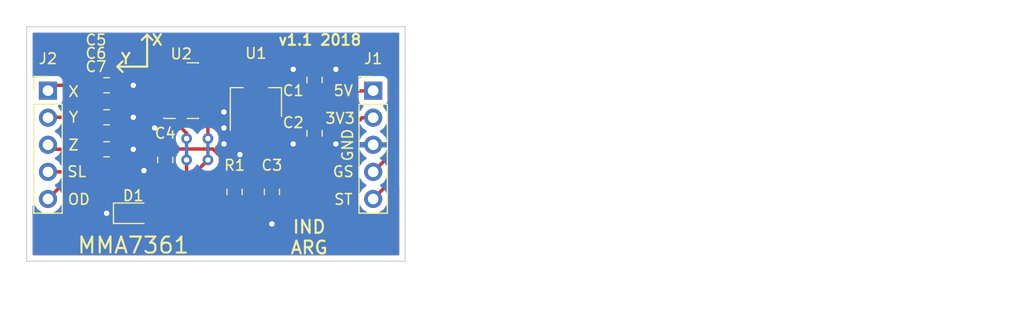
<source format=kicad_pcb>
(kicad_pcb (version 20171130) (host pcbnew "(5.0.1)-4")

  (general
    (thickness 1.6)
    (drawings 29)
    (tracks 129)
    (zones 0)
    (modules 16)
    (nets 17)
  )

  (page A4)
  (title_block
    (title "MMA7361 Module")
    (date 2018-11-22)
    (rev 1.1)
    (company "Diseno de circuitos integrados")
    (comment 1 "CESE 6ta cohorte")
    (comment 2 "Grilla 1 mm")
    (comment 3 "Licencia BSD")
    (comment 4 "Autor: Jenny Chavez")
  )

  (layers
    (0 F.Cu mixed)
    (31 B.Cu mixed)
    (32 B.Adhes user)
    (33 F.Adhes user)
    (34 B.Paste user)
    (35 F.Paste user)
    (36 B.SilkS user)
    (37 F.SilkS user)
    (38 B.Mask user)
    (39 F.Mask user)
    (40 Dwgs.User user)
    (41 Cmts.User user)
    (42 Eco1.User user)
    (43 Eco2.User user)
    (44 Edge.Cuts user)
    (45 Margin user)
    (46 B.CrtYd user)
    (47 F.CrtYd user)
    (48 B.Fab user)
    (49 F.Fab user)
  )

  (setup
    (last_trace_width 0.32)
    (user_trace_width 0.8)
    (user_trace_width 1)
    (user_trace_width 1.2)
    (trace_clearance 0.2)
    (zone_clearance 0.508)
    (zone_45_only no)
    (trace_min 0.32)
    (segment_width 0.2)
    (edge_width 0.1)
    (via_size 1)
    (via_drill 0.5)
    (via_min_size 0.5)
    (via_min_drill 0.3)
    (user_via 1.4 0.7)
    (uvia_size 0.3)
    (uvia_drill 0.1)
    (uvias_allowed no)
    (uvia_min_size 0.2)
    (uvia_min_drill 0.1)
    (pcb_text_width 0.3)
    (pcb_text_size 1.5 1.5)
    (mod_edge_width 0.15)
    (mod_text_size 1 1)
    (mod_text_width 0.15)
    (pad_size 1.5 1.5)
    (pad_drill 0.6)
    (pad_to_mask_clearance 0.2)
    (solder_mask_min_width 0.25)
    (aux_axis_origin 117 80)
    (grid_origin 117 80)
    (visible_elements 7FFDFFFF)
    (pcbplotparams
      (layerselection 0x311fc_ffffffff)
      (usegerberextensions false)
      (usegerberattributes false)
      (usegerberadvancedattributes false)
      (creategerberjobfile true)
      (excludeedgelayer false)
      (linewidth 0.100000)
      (plotframeref false)
      (viasonmask false)
      (mode 1)
      (useauxorigin false)
      (hpglpennumber 1)
      (hpglpenspeed 20)
      (hpglpendiameter 15.000000)
      (psnegative false)
      (psa4output false)
      (plotreference true)
      (plotvalue true)
      (plotinvisibletext false)
      (padsonsilk false)
      (subtractmaskfromsilk false)
      (outputformat 1)
      (mirror false)
      (drillshape 0)
      (scaleselection 1)
      (outputdirectory ""))
  )

  (net 0 "")
  (net 1 "Net-(D1-Pad2)")
  (net 2 GND)
  (net 3 +5V)
  (net 4 VCC)
  (net 5 "Net-(U2-Pad1)")
  (net 6 "Net-(U2-Pad8)")
  (net 7 "Net-(U2-Pad11)")
  (net 8 "Net-(U2-Pad12)")
  (net 9 /X)
  (net 10 /Y)
  (net 11 /Z)
  (net 12 /SelfTest)
  (net 13 /g-Select)
  (net 14 /~Sleep)
  (net 15 /Og-Detect)
  (net 16 "Net-(U2-Pad14)")

  (net_class Default "This is the default net class."
    (clearance 0.2)
    (trace_width 0.32)
    (via_dia 1)
    (via_drill 0.5)
    (uvia_dia 0.3)
    (uvia_drill 0.1)
    (diff_pair_gap 0.25)
    (diff_pair_width 0.25)
    (add_net +5V)
    (add_net /Og-Detect)
    (add_net /SelfTest)
    (add_net /X)
    (add_net /Y)
    (add_net /Z)
    (add_net /g-Select)
    (add_net /~Sleep)
    (add_net GND)
    (add_net "Net-(D1-Pad2)")
    (add_net "Net-(U2-Pad1)")
    (add_net "Net-(U2-Pad11)")
    (add_net "Net-(U2-Pad12)")
    (add_net "Net-(U2-Pad14)")
    (add_net "Net-(U2-Pad8)")
    (add_net VCC)
  )

  (module Footprints:C_0805_2012Metric_Pad1.15x1.40mm_HandSolder (layer F.Cu) (tedit 5B36C52B) (tstamp 5BF9FE00)
    (at 144 85 90)
    (descr "Capacitor SMD 0805 (2012 Metric), square (rectangular) end terminal, IPC_7351 nominal with elongated pad for handsoldering. (Body size source: https://docs.google.com/spreadsheets/d/1BsfQQcO9C6DZCsRaXUlFlo91Tg2WpOkGARC1WS5S8t0/edit?usp=sharing), generated with kicad-footprint-generator")
    (tags "capacitor handsolder")
    (path /5BF73500)
    (attr smd)
    (fp_text reference C1 (at -1 -2 180) (layer F.SilkS)
      (effects (font (size 1 1) (thickness 0.15)))
    )
    (fp_text value "1 µF" (at 0 1.65 90) (layer F.Fab)
      (effects (font (size 1 1) (thickness 0.15)))
    )
    (fp_text user %R (at 0 0 90) (layer F.Fab)
      (effects (font (size 0.5 0.5) (thickness 0.08)))
    )
    (fp_line (start 1.85 0.95) (end -1.85 0.95) (layer F.CrtYd) (width 0.05))
    (fp_line (start 1.85 -0.95) (end 1.85 0.95) (layer F.CrtYd) (width 0.05))
    (fp_line (start -1.85 -0.95) (end 1.85 -0.95) (layer F.CrtYd) (width 0.05))
    (fp_line (start -1.85 0.95) (end -1.85 -0.95) (layer F.CrtYd) (width 0.05))
    (fp_line (start -0.261252 0.71) (end 0.261252 0.71) (layer F.SilkS) (width 0.12))
    (fp_line (start -0.261252 -0.71) (end 0.261252 -0.71) (layer F.SilkS) (width 0.12))
    (fp_line (start 1 0.6) (end -1 0.6) (layer F.Fab) (width 0.1))
    (fp_line (start 1 -0.6) (end 1 0.6) (layer F.Fab) (width 0.1))
    (fp_line (start -1 -0.6) (end 1 -0.6) (layer F.Fab) (width 0.1))
    (fp_line (start -1 0.6) (end -1 -0.6) (layer F.Fab) (width 0.1))
    (pad 2 smd roundrect (at 1.025 0 90) (size 1.15 1.4) (layers F.Cu F.Paste F.Mask) (roundrect_rratio 0.217391)
      (net 2 GND))
    (pad 1 smd roundrect (at -1.025 0 90) (size 1.15 1.4) (layers F.Cu F.Paste F.Mask) (roundrect_rratio 0.217391)
      (net 3 +5V))
    (model ${KIPRJMOD}/Librerias/Packages3D/C_0805_2012Metric.wrl
      (at (xyz 0 0 0))
      (scale (xyz 1 1 1))
      (rotate (xyz 0 0 0))
    )
  )

  (module Footprints:C_0805_2012Metric_Pad1.15x1.40mm_HandSolder (layer F.Cu) (tedit 5B36C52B) (tstamp 5BF9D16B)
    (at 144 90 270)
    (descr "Capacitor SMD 0805 (2012 Metric), square (rectangular) end terminal, IPC_7351 nominal with elongated pad for handsoldering. (Body size source: https://docs.google.com/spreadsheets/d/1BsfQQcO9C6DZCsRaXUlFlo91Tg2WpOkGARC1WS5S8t0/edit?usp=sharing), generated with kicad-footprint-generator")
    (tags "capacitor handsolder")
    (path /5BF734F9)
    (attr smd)
    (fp_text reference C2 (at -1 2) (layer F.SilkS)
      (effects (font (size 1 1) (thickness 0.15)))
    )
    (fp_text value "470 µF" (at 0 1.65 270) (layer F.Fab)
      (effects (font (size 1 1) (thickness 0.15)))
    )
    (fp_line (start -1 0.6) (end -1 -0.6) (layer F.Fab) (width 0.1))
    (fp_line (start -1 -0.6) (end 1 -0.6) (layer F.Fab) (width 0.1))
    (fp_line (start 1 -0.6) (end 1 0.6) (layer F.Fab) (width 0.1))
    (fp_line (start 1 0.6) (end -1 0.6) (layer F.Fab) (width 0.1))
    (fp_line (start -0.261252 -0.71) (end 0.261252 -0.71) (layer F.SilkS) (width 0.12))
    (fp_line (start -0.261252 0.71) (end 0.261252 0.71) (layer F.SilkS) (width 0.12))
    (fp_line (start -1.85 0.95) (end -1.85 -0.95) (layer F.CrtYd) (width 0.05))
    (fp_line (start -1.85 -0.95) (end 1.85 -0.95) (layer F.CrtYd) (width 0.05))
    (fp_line (start 1.85 -0.95) (end 1.85 0.95) (layer F.CrtYd) (width 0.05))
    (fp_line (start 1.85 0.95) (end -1.85 0.95) (layer F.CrtYd) (width 0.05))
    (fp_text user %R (at 0 0 270) (layer F.Fab)
      (effects (font (size 0.5 0.5) (thickness 0.08)))
    )
    (pad 1 smd roundrect (at -1.025 0 270) (size 1.15 1.4) (layers F.Cu F.Paste F.Mask) (roundrect_rratio 0.217391)
      (net 3 +5V))
    (pad 2 smd roundrect (at 1.025 0 270) (size 1.15 1.4) (layers F.Cu F.Paste F.Mask) (roundrect_rratio 0.217391)
      (net 2 GND))
    (model ${KIPRJMOD}/Librerias/Packages3D/C_0805_2012Metric.wrl
      (at (xyz 0 0 0))
      (scale (xyz 1 1 1))
      (rotate (xyz 0 0 0))
    )
  )

  (module Footprints:C_0805_2012Metric_Pad1.15x1.40mm_HandSolder (layer F.Cu) (tedit 5B36C52B) (tstamp 5BF9D17C)
    (at 140 95.5 270)
    (descr "Capacitor SMD 0805 (2012 Metric), square (rectangular) end terminal, IPC_7351 nominal with elongated pad for handsoldering. (Body size source: https://docs.google.com/spreadsheets/d/1BsfQQcO9C6DZCsRaXUlFlo91Tg2WpOkGARC1WS5S8t0/edit?usp=sharing), generated with kicad-footprint-generator")
    (tags "capacitor handsolder")
    (path /5BF7350E)
    (attr smd)
    (fp_text reference C3 (at -2.5 0) (layer F.SilkS)
      (effects (font (size 1 1) (thickness 0.15)))
    )
    (fp_text value "1 µF" (at 0 1.65 270) (layer F.Fab)
      (effects (font (size 1 1) (thickness 0.15)))
    )
    (fp_line (start -1 0.6) (end -1 -0.6) (layer F.Fab) (width 0.1))
    (fp_line (start -1 -0.6) (end 1 -0.6) (layer F.Fab) (width 0.1))
    (fp_line (start 1 -0.6) (end 1 0.6) (layer F.Fab) (width 0.1))
    (fp_line (start 1 0.6) (end -1 0.6) (layer F.Fab) (width 0.1))
    (fp_line (start -0.261252 -0.71) (end 0.261252 -0.71) (layer F.SilkS) (width 0.12))
    (fp_line (start -0.261252 0.71) (end 0.261252 0.71) (layer F.SilkS) (width 0.12))
    (fp_line (start -1.85 0.95) (end -1.85 -0.95) (layer F.CrtYd) (width 0.05))
    (fp_line (start -1.85 -0.95) (end 1.85 -0.95) (layer F.CrtYd) (width 0.05))
    (fp_line (start 1.85 -0.95) (end 1.85 0.95) (layer F.CrtYd) (width 0.05))
    (fp_line (start 1.85 0.95) (end -1.85 0.95) (layer F.CrtYd) (width 0.05))
    (fp_text user %R (at 0 0 270) (layer F.Fab)
      (effects (font (size 0.5 0.5) (thickness 0.08)))
    )
    (pad 1 smd roundrect (at -1.025 0 270) (size 1.15 1.4) (layers F.Cu F.Paste F.Mask) (roundrect_rratio 0.217391)
      (net 4 VCC))
    (pad 2 smd roundrect (at 1.025 0 270) (size 1.15 1.4) (layers F.Cu F.Paste F.Mask) (roundrect_rratio 0.217391)
      (net 2 GND))
    (model ${KIPRJMOD}/Librerias/Packages3D/C_0805_2012Metric.wrl
      (at (xyz 0 0 0))
      (scale (xyz 1 1 1))
      (rotate (xyz 0 0 0))
    )
  )

  (module Footprints:C_0805_2012Metric_Pad1.15x1.40mm_HandSolder (layer F.Cu) (tedit 5B36C52B) (tstamp 5BF9EA4A)
    (at 130 92.5 270)
    (descr "Capacitor SMD 0805 (2012 Metric), square (rectangular) end terminal, IPC_7351 nominal with elongated pad for handsoldering. (Body size source: https://docs.google.com/spreadsheets/d/1BsfQQcO9C6DZCsRaXUlFlo91Tg2WpOkGARC1WS5S8t0/edit?usp=sharing), generated with kicad-footprint-generator")
    (tags "capacitor handsolder")
    (path /5BF73554)
    (attr smd)
    (fp_text reference C4 (at -2.5 0) (layer F.SilkS)
      (effects (font (size 1 1) (thickness 0.15)))
    )
    (fp_text value "470 µF" (at 0 1.65 270) (layer F.Fab)
      (effects (font (size 1 1) (thickness 0.15)))
    )
    (fp_line (start -1 0.6) (end -1 -0.6) (layer F.Fab) (width 0.1))
    (fp_line (start -1 -0.6) (end 1 -0.6) (layer F.Fab) (width 0.1))
    (fp_line (start 1 -0.6) (end 1 0.6) (layer F.Fab) (width 0.1))
    (fp_line (start 1 0.6) (end -1 0.6) (layer F.Fab) (width 0.1))
    (fp_line (start -0.261252 -0.71) (end 0.261252 -0.71) (layer F.SilkS) (width 0.12))
    (fp_line (start -0.261252 0.71) (end 0.261252 0.71) (layer F.SilkS) (width 0.12))
    (fp_line (start -1.85 0.95) (end -1.85 -0.95) (layer F.CrtYd) (width 0.05))
    (fp_line (start -1.85 -0.95) (end 1.85 -0.95) (layer F.CrtYd) (width 0.05))
    (fp_line (start 1.85 -0.95) (end 1.85 0.95) (layer F.CrtYd) (width 0.05))
    (fp_line (start 1.85 0.95) (end -1.85 0.95) (layer F.CrtYd) (width 0.05))
    (fp_text user %R (at 0 0 270) (layer F.Fab)
      (effects (font (size 0.5 0.5) (thickness 0.08)))
    )
    (pad 1 smd roundrect (at -1.025 0 270) (size 1.15 1.4) (layers F.Cu F.Paste F.Mask) (roundrect_rratio 0.217391)
      (net 4 VCC))
    (pad 2 smd roundrect (at 1.025 0 270) (size 1.15 1.4) (layers F.Cu F.Paste F.Mask) (roundrect_rratio 0.217391)
      (net 2 GND))
    (model ${KIPRJMOD}/Librerias/Packages3D/C_0805_2012Metric.wrl
      (at (xyz 0 0 0))
      (scale (xyz 1 1 1))
      (rotate (xyz 0 0 0))
    )
  )

  (module Footprints:C_0805_2012Metric_Pad1.15x1.40mm_HandSolder (layer F.Cu) (tedit 5B36C52B) (tstamp 5BF9D19E)
    (at 124.5 85.5)
    (descr "Capacitor SMD 0805 (2012 Metric), square (rectangular) end terminal, IPC_7351 nominal with elongated pad for handsoldering. (Body size source: https://docs.google.com/spreadsheets/d/1BsfQQcO9C6DZCsRaXUlFlo91Tg2WpOkGARC1WS5S8t0/edit?usp=sharing), generated with kicad-footprint-generator")
    (tags "capacitor handsolder")
    (path /5BF73522)
    (attr smd)
    (fp_text reference C5 (at -1 -4.25 180) (layer F.SilkS)
      (effects (font (size 1 1) (thickness 0.15)))
    )
    (fp_text value 3.3nf (at 0 1.65) (layer F.Fab)
      (effects (font (size 1 1) (thickness 0.15)))
    )
    (fp_line (start -1 0.6) (end -1 -0.6) (layer F.Fab) (width 0.1))
    (fp_line (start -1 -0.6) (end 1 -0.6) (layer F.Fab) (width 0.1))
    (fp_line (start 1 -0.6) (end 1 0.6) (layer F.Fab) (width 0.1))
    (fp_line (start 1 0.6) (end -1 0.6) (layer F.Fab) (width 0.1))
    (fp_line (start -0.261252 -0.71) (end 0.261252 -0.71) (layer F.SilkS) (width 0.12))
    (fp_line (start -0.261252 0.71) (end 0.261252 0.71) (layer F.SilkS) (width 0.12))
    (fp_line (start -1.85 0.95) (end -1.85 -0.95) (layer F.CrtYd) (width 0.05))
    (fp_line (start -1.85 -0.95) (end 1.85 -0.95) (layer F.CrtYd) (width 0.05))
    (fp_line (start 1.85 -0.95) (end 1.85 0.95) (layer F.CrtYd) (width 0.05))
    (fp_line (start 1.85 0.95) (end -1.85 0.95) (layer F.CrtYd) (width 0.05))
    (fp_text user %R (at 0 0) (layer F.Fab)
      (effects (font (size 0.5 0.5) (thickness 0.08)))
    )
    (pad 1 smd roundrect (at -1.025 0) (size 1.15 1.4) (layers F.Cu F.Paste F.Mask) (roundrect_rratio 0.217391)
      (net 9 /X))
    (pad 2 smd roundrect (at 1.025 0) (size 1.15 1.4) (layers F.Cu F.Paste F.Mask) (roundrect_rratio 0.217391)
      (net 2 GND))
    (model ${KIPRJMOD}/Librerias/Packages3D/C_0805_2012Metric.wrl
      (at (xyz 0 0 0))
      (scale (xyz 1 1 1))
      (rotate (xyz 0 0 0))
    )
  )

  (module Footprints:C_0805_2012Metric_Pad1.15x1.40mm_HandSolder (layer F.Cu) (tedit 5B36C52B) (tstamp 5BF9DAFA)
    (at 124.5 88.5)
    (descr "Capacitor SMD 0805 (2012 Metric), square (rectangular) end terminal, IPC_7351 nominal with elongated pad for handsoldering. (Body size source: https://docs.google.com/spreadsheets/d/1BsfQQcO9C6DZCsRaXUlFlo91Tg2WpOkGARC1WS5S8t0/edit?usp=sharing), generated with kicad-footprint-generator")
    (tags "capacitor handsolder")
    (path /5BF73529)
    (attr smd)
    (fp_text reference C6 (at -1 -6 180) (layer F.SilkS)
      (effects (font (size 1 1) (thickness 0.15)))
    )
    (fp_text value 3.3nf (at 0 1.65) (layer F.Fab)
      (effects (font (size 1 1) (thickness 0.15)))
    )
    (fp_text user %R (at 0 0) (layer F.Fab)
      (effects (font (size 0.5 0.5) (thickness 0.08)))
    )
    (fp_line (start 1.85 0.95) (end -1.85 0.95) (layer F.CrtYd) (width 0.05))
    (fp_line (start 1.85 -0.95) (end 1.85 0.95) (layer F.CrtYd) (width 0.05))
    (fp_line (start -1.85 -0.95) (end 1.85 -0.95) (layer F.CrtYd) (width 0.05))
    (fp_line (start -1.85 0.95) (end -1.85 -0.95) (layer F.CrtYd) (width 0.05))
    (fp_line (start -0.261252 0.71) (end 0.261252 0.71) (layer F.SilkS) (width 0.12))
    (fp_line (start -0.261252 -0.71) (end 0.261252 -0.71) (layer F.SilkS) (width 0.12))
    (fp_line (start 1 0.6) (end -1 0.6) (layer F.Fab) (width 0.1))
    (fp_line (start 1 -0.6) (end 1 0.6) (layer F.Fab) (width 0.1))
    (fp_line (start -1 -0.6) (end 1 -0.6) (layer F.Fab) (width 0.1))
    (fp_line (start -1 0.6) (end -1 -0.6) (layer F.Fab) (width 0.1))
    (pad 2 smd roundrect (at 1.025 0) (size 1.15 1.4) (layers F.Cu F.Paste F.Mask) (roundrect_rratio 0.217391)
      (net 2 GND))
    (pad 1 smd roundrect (at -1.025 0) (size 1.15 1.4) (layers F.Cu F.Paste F.Mask) (roundrect_rratio 0.217391)
      (net 10 /Y))
    (model ${KIPRJMOD}/Librerias/Packages3D/C_0805_2012Metric.wrl
      (at (xyz 0 0 0))
      (scale (xyz 1 1 1))
      (rotate (xyz 0 0 0))
    )
  )

  (module Footprints:C_0805_2012Metric_Pad1.15x1.40mm_HandSolder (layer F.Cu) (tedit 5BF7527F) (tstamp 5BF9D7BC)
    (at 124.5 91.5)
    (descr "Capacitor SMD 0805 (2012 Metric), square (rectangular) end terminal, IPC_7351 nominal with elongated pad for handsoldering. (Body size source: https://docs.google.com/spreadsheets/d/1BsfQQcO9C6DZCsRaXUlFlo91Tg2WpOkGARC1WS5S8t0/edit?usp=sharing), generated with kicad-footprint-generator")
    (tags "capacitor handsolder")
    (path /5BF7351B)
    (attr smd)
    (fp_text reference C7 (at -1 -7.75 180) (layer F.SilkS)
      (effects (font (size 1 1) (thickness 0.15)))
    )
    (fp_text value 3.3nf (at 0 1.65) (layer F.Fab)
      (effects (font (size 1 1) (thickness 0.15)))
    )
    (fp_text user %R (at 0 0) (layer F.Fab)
      (effects (font (size 0.5 0.5) (thickness 0.08)))
    )
    (fp_line (start 1.85 0.95) (end -1.85 0.95) (layer F.CrtYd) (width 0.05))
    (fp_line (start 1.85 -0.95) (end 1.85 0.95) (layer F.CrtYd) (width 0.05))
    (fp_line (start -1.85 -0.95) (end 1.85 -0.95) (layer F.CrtYd) (width 0.05))
    (fp_line (start -1.85 0.95) (end -1.85 -0.95) (layer F.CrtYd) (width 0.05))
    (fp_line (start -0.261252 0.71) (end 0.261252 0.71) (layer F.SilkS) (width 0.12))
    (fp_line (start -0.261252 -0.71) (end 0.261252 -0.71) (layer F.SilkS) (width 0.12))
    (fp_line (start 1 0.6) (end -1 0.6) (layer F.Fab) (width 0.1))
    (fp_line (start 1 -0.6) (end 1 0.6) (layer F.Fab) (width 0.1))
    (fp_line (start -1 -0.6) (end 1 -0.6) (layer F.Fab) (width 0.1))
    (fp_line (start -1 0.6) (end -1 -0.6) (layer F.Fab) (width 0.1))
    (pad 2 smd roundrect (at 1.025 0) (size 1.15 1.4) (layers F.Cu F.Paste F.Mask) (roundrect_rratio 0.217391)
      (net 2 GND))
    (pad 1 smd roundrect (at -1.025 0) (size 1.15 1.4) (layers F.Cu F.Paste F.Mask) (roundrect_rratio 0.217391)
      (net 11 /Z))
    (model ${KIPRJMOD}/Librerias/Packages3D/C_0805_2012Metric.wrl
      (at (xyz 0 0 0))
      (scale (xyz 1 1 1))
      (rotate (xyz 0 0 0))
    )
  )

  (module Footprints:LED_0805_2012Metric_Pad1.15x1.40mm_HandSolder (layer F.Cu) (tedit 5B4B45C9) (tstamp 5BFA1077)
    (at 127 97.5)
    (descr "LED SMD 0805 (2012 Metric), square (rectangular) end terminal, IPC_7351 nominal, (Body size source: https://docs.google.com/spreadsheets/d/1BsfQQcO9C6DZCsRaXUlFlo91Tg2WpOkGARC1WS5S8t0/edit?usp=sharing), generated with kicad-footprint-generator")
    (tags "LED handsolder")
    (path /5BF73530)
    (attr smd)
    (fp_text reference D1 (at 0 -1.65) (layer F.SilkS)
      (effects (font (size 1 1) (thickness 0.15)))
    )
    (fp_text value LED (at 0 1.65) (layer F.Fab)
      (effects (font (size 1 1) (thickness 0.15)))
    )
    (fp_line (start 1 -0.6) (end -0.7 -0.6) (layer F.Fab) (width 0.1))
    (fp_line (start -0.7 -0.6) (end -1 -0.3) (layer F.Fab) (width 0.1))
    (fp_line (start -1 -0.3) (end -1 0.6) (layer F.Fab) (width 0.1))
    (fp_line (start -1 0.6) (end 1 0.6) (layer F.Fab) (width 0.1))
    (fp_line (start 1 0.6) (end 1 -0.6) (layer F.Fab) (width 0.1))
    (fp_line (start 1 -0.96) (end -1.86 -0.96) (layer F.SilkS) (width 0.12))
    (fp_line (start -1.86 -0.96) (end -1.86 0.96) (layer F.SilkS) (width 0.12))
    (fp_line (start -1.86 0.96) (end 1 0.96) (layer F.SilkS) (width 0.12))
    (fp_line (start -1.85 0.95) (end -1.85 -0.95) (layer F.CrtYd) (width 0.05))
    (fp_line (start -1.85 -0.95) (end 1.85 -0.95) (layer F.CrtYd) (width 0.05))
    (fp_line (start 1.85 -0.95) (end 1.85 0.95) (layer F.CrtYd) (width 0.05))
    (fp_line (start 1.85 0.95) (end -1.85 0.95) (layer F.CrtYd) (width 0.05))
    (fp_text user %R (at 0 0) (layer F.Fab)
      (effects (font (size 0.5 0.5) (thickness 0.08)))
    )
    (pad 1 smd roundrect (at -1.025 0) (size 1.15 1.4) (layers F.Cu F.Paste F.Mask) (roundrect_rratio 0.217391)
      (net 2 GND))
    (pad 2 smd roundrect (at 1.025 0) (size 1.15 1.4) (layers F.Cu F.Paste F.Mask) (roundrect_rratio 0.217391)
      (net 1 "Net-(D1-Pad2)"))
    (model ${KIPRJMOD}/Librerias/Packages3D/LED_0805_2012Metric.wrl
      (at (xyz 0 0 0))
      (scale (xyz 1 1 1))
      (rotate (xyz 0 0 0))
    )
  )

  (module Footprints:Fiducial_1mm_Dia_2mm_Outer (layer F.Cu) (tedit 5BF750FC) (tstamp 5BF9D1DB)
    (at 134.5 82)
    (descr "Circular Fiducial, 1mm bare copper top; 2mm keepout (Level A)")
    (tags marker)
    (path /5BF735E1)
    (attr virtual)
    (fp_text reference F1 (at 0 -2) (layer F.SilkS) hide
      (effects (font (size 1 1) (thickness 0.15)))
    )
    (fp_text value Fiducial (at 0 2) (layer F.Fab)
      (effects (font (size 1 1) (thickness 0.15)))
    )
    (fp_circle (center 0 0) (end 1 0) (layer F.Fab) (width 0.1))
    (fp_text user %R (at 0 0) (layer F.Fab)
      (effects (font (size 0.4 0.4) (thickness 0.06)))
    )
    (fp_circle (center 0 0) (end 1.25 0) (layer F.CrtYd) (width 0.05))
    (pad ~ smd circle (at 0 0) (size 1 1) (layers F.Cu F.Mask)
      (solder_mask_margin 0.5) (clearance 0.5))
  )

  (module Footprints:Fiducial_1mm_Dia_2mm_Outer (layer F.Cu) (tedit 5BF75103) (tstamp 5BF9D1E3)
    (at 119 100)
    (descr "Circular Fiducial, 1mm bare copper top; 2mm keepout (Level A)")
    (tags marker)
    (path /5BF735E8)
    (attr virtual)
    (fp_text reference F2 (at 0 -2) (layer F.SilkS) hide
      (effects (font (size 1 1) (thickness 0.15)))
    )
    (fp_text value Fiducial (at 0 2) (layer F.Fab)
      (effects (font (size 1 1) (thickness 0.15)))
    )
    (fp_circle (center 0 0) (end 1.25 0) (layer F.CrtYd) (width 0.05))
    (fp_text user %R (at 0 0) (layer F.Fab)
      (effects (font (size 0.4 0.4) (thickness 0.06)))
    )
    (fp_circle (center 0 0) (end 1 0) (layer F.Fab) (width 0.1))
    (pad ~ smd circle (at 0 0) (size 1 1) (layers F.Cu F.Mask)
      (solder_mask_margin 0.5) (clearance 0.5))
  )

  (module Footprints:Fiducial_1mm_Dia_2mm_Outer (layer F.Cu) (tedit 5BF750FF) (tstamp 5BF9D1EB)
    (at 149.5 100)
    (descr "Circular Fiducial, 1mm bare copper top; 2mm keepout (Level A)")
    (tags marker)
    (path /5BF735EF)
    (attr virtual)
    (fp_text reference F3 (at 0 -2) (layer F.SilkS) hide
      (effects (font (size 1 1) (thickness 0.15)))
    )
    (fp_text value Fiducial (at 0 2) (layer F.Fab)
      (effects (font (size 1 1) (thickness 0.15)))
    )
    (fp_circle (center 0 0) (end 1 0) (layer F.Fab) (width 0.1))
    (fp_text user %R (at 0 0) (layer F.Fab)
      (effects (font (size 0.4 0.4) (thickness 0.06)))
    )
    (fp_circle (center 0 0) (end 1.25 0) (layer F.CrtYd) (width 0.05))
    (pad ~ smd circle (at 0 0) (size 1 1) (layers F.Cu F.Mask)
      (solder_mask_margin 0.5) (clearance 0.5))
  )

  (module Footprints:PinHeader_1x05_P2.54mm_Vertical (layer F.Cu) (tedit 59FED5CC) (tstamp 5BFA0B00)
    (at 149.5 86)
    (descr "Through hole straight pin header, 1x05, 2.54mm pitch, single row")
    (tags "Through hole pin header THT 1x05 2.54mm single row")
    (path /5BF7356E)
    (fp_text reference J1 (at 0 -3) (layer F.SilkS)
      (effects (font (size 1 1) (thickness 0.15)))
    )
    (fp_text value Conn_01x05 (at 0 12.49) (layer F.Fab)
      (effects (font (size 1 1) (thickness 0.15)))
    )
    (fp_text user %R (at 0 5.08 90) (layer F.Fab)
      (effects (font (size 1 1) (thickness 0.15)))
    )
    (fp_line (start 1.8 -1.8) (end -1.8 -1.8) (layer F.CrtYd) (width 0.05))
    (fp_line (start 1.8 11.95) (end 1.8 -1.8) (layer F.CrtYd) (width 0.05))
    (fp_line (start -1.8 11.95) (end 1.8 11.95) (layer F.CrtYd) (width 0.05))
    (fp_line (start -1.8 -1.8) (end -1.8 11.95) (layer F.CrtYd) (width 0.05))
    (fp_line (start -1.33 -1.33) (end 0 -1.33) (layer F.SilkS) (width 0.12))
    (fp_line (start -1.33 0) (end -1.33 -1.33) (layer F.SilkS) (width 0.12))
    (fp_line (start -1.33 1.27) (end 1.33 1.27) (layer F.SilkS) (width 0.12))
    (fp_line (start 1.33 1.27) (end 1.33 11.49) (layer F.SilkS) (width 0.12))
    (fp_line (start -1.33 1.27) (end -1.33 11.49) (layer F.SilkS) (width 0.12))
    (fp_line (start -1.33 11.49) (end 1.33 11.49) (layer F.SilkS) (width 0.12))
    (fp_line (start -1.27 -0.635) (end -0.635 -1.27) (layer F.Fab) (width 0.1))
    (fp_line (start -1.27 11.43) (end -1.27 -0.635) (layer F.Fab) (width 0.1))
    (fp_line (start 1.27 11.43) (end -1.27 11.43) (layer F.Fab) (width 0.1))
    (fp_line (start 1.27 -1.27) (end 1.27 11.43) (layer F.Fab) (width 0.1))
    (fp_line (start -0.635 -1.27) (end 1.27 -1.27) (layer F.Fab) (width 0.1))
    (pad 5 thru_hole oval (at 0 10.16) (size 1.7 1.7) (drill 1) (layers *.Cu *.Mask)
      (net 12 /SelfTest))
    (pad 4 thru_hole oval (at 0 7.62) (size 1.7 1.7) (drill 1) (layers *.Cu *.Mask)
      (net 13 /g-Select))
    (pad 3 thru_hole oval (at 0 5.08) (size 1.7 1.7) (drill 1) (layers *.Cu *.Mask)
      (net 2 GND))
    (pad 2 thru_hole oval (at 0 2.54) (size 1.7 1.7) (drill 1) (layers *.Cu *.Mask)
      (net 4 VCC))
    (pad 1 thru_hole rect (at 0 0) (size 1.7 1.7) (drill 1) (layers *.Cu *.Mask)
      (net 3 +5V))
    (model ${KIPRJMOD}/Librerias/Packages3D/PinHeader_1x05_P2.54mm_Vertical.wrl
      (offset (xyz 0 0 -1.5))
      (scale (xyz 1 1 1))
      (rotate (xyz 0 180 0))
    )
  )

  (module Footprints:PinHeader_1x05_P2.54mm_Vertical (layer F.Cu) (tedit 59FED5CC) (tstamp 5BFA06B9)
    (at 119 86)
    (descr "Through hole straight pin header, 1x05, 2.54mm pitch, single row")
    (tags "Through hole pin header THT 1x05 2.54mm single row")
    (path /5BF73575)
    (fp_text reference J2 (at 0 -3) (layer F.SilkS)
      (effects (font (size 1 1) (thickness 0.15)))
    )
    (fp_text value Conn_01x05 (at 0 12.49) (layer F.Fab)
      (effects (font (size 1 1) (thickness 0.15)))
    )
    (fp_line (start -0.635 -1.27) (end 1.27 -1.27) (layer F.Fab) (width 0.1))
    (fp_line (start 1.27 -1.27) (end 1.27 11.43) (layer F.Fab) (width 0.1))
    (fp_line (start 1.27 11.43) (end -1.27 11.43) (layer F.Fab) (width 0.1))
    (fp_line (start -1.27 11.43) (end -1.27 -0.635) (layer F.Fab) (width 0.1))
    (fp_line (start -1.27 -0.635) (end -0.635 -1.27) (layer F.Fab) (width 0.1))
    (fp_line (start -1.33 11.49) (end 1.33 11.49) (layer F.SilkS) (width 0.12))
    (fp_line (start -1.33 1.27) (end -1.33 11.49) (layer F.SilkS) (width 0.12))
    (fp_line (start 1.33 1.27) (end 1.33 11.49) (layer F.SilkS) (width 0.12))
    (fp_line (start -1.33 1.27) (end 1.33 1.27) (layer F.SilkS) (width 0.12))
    (fp_line (start -1.33 0) (end -1.33 -1.33) (layer F.SilkS) (width 0.12))
    (fp_line (start -1.33 -1.33) (end 0 -1.33) (layer F.SilkS) (width 0.12))
    (fp_line (start -1.8 -1.8) (end -1.8 11.95) (layer F.CrtYd) (width 0.05))
    (fp_line (start -1.8 11.95) (end 1.8 11.95) (layer F.CrtYd) (width 0.05))
    (fp_line (start 1.8 11.95) (end 1.8 -1.8) (layer F.CrtYd) (width 0.05))
    (fp_line (start 1.8 -1.8) (end -1.8 -1.8) (layer F.CrtYd) (width 0.05))
    (fp_text user %R (at 0 5.08 90) (layer F.Fab)
      (effects (font (size 1 1) (thickness 0.15)))
    )
    (pad 1 thru_hole rect (at 0 0) (size 1.7 1.7) (drill 1) (layers *.Cu *.Mask)
      (net 9 /X))
    (pad 2 thru_hole oval (at 0 2.54) (size 1.7 1.7) (drill 1) (layers *.Cu *.Mask)
      (net 10 /Y))
    (pad 3 thru_hole oval (at 0 5.08) (size 1.7 1.7) (drill 1) (layers *.Cu *.Mask)
      (net 11 /Z))
    (pad 4 thru_hole oval (at 0 7.62) (size 1.7 1.7) (drill 1) (layers *.Cu *.Mask)
      (net 14 /~Sleep))
    (pad 5 thru_hole oval (at 0 10.16) (size 1.7 1.7) (drill 1) (layers *.Cu *.Mask)
      (net 15 /Og-Detect))
    (model ${KIPRJMOD}/Librerias/Packages3D/PinHeader_1x05_P2.54mm_Vertical.wrl
      (offset (xyz 0 0 -1.5))
      (scale (xyz 1 1 1))
      (rotate (xyz 0 180 0))
    )
  )

  (module Footprints:R_0805_2012Metric_Pad1.15x1.40mm_HandSolder (layer F.Cu) (tedit 5B36C52B) (tstamp 5BF9FD2B)
    (at 136.5 95.5 90)
    (descr "Resistor SMD 0805 (2012 Metric), square (rectangular) end terminal, IPC_7351 nominal with elongated pad for handsoldering. (Body size source: https://docs.google.com/spreadsheets/d/1BsfQQcO9C6DZCsRaXUlFlo91Tg2WpOkGARC1WS5S8t0/edit?usp=sharing), generated with kicad-footprint-generator")
    (tags "resistor handsolder")
    (path /5BF7353D)
    (attr smd)
    (fp_text reference R1 (at 2.5 0 180) (layer F.SilkS)
      (effects (font (size 1 1) (thickness 0.15)))
    )
    (fp_text value "1 K" (at 0 1.65 90) (layer F.Fab)
      (effects (font (size 1 1) (thickness 0.15)))
    )
    (fp_line (start -1 0.6) (end -1 -0.6) (layer F.Fab) (width 0.1))
    (fp_line (start -1 -0.6) (end 1 -0.6) (layer F.Fab) (width 0.1))
    (fp_line (start 1 -0.6) (end 1 0.6) (layer F.Fab) (width 0.1))
    (fp_line (start 1 0.6) (end -1 0.6) (layer F.Fab) (width 0.1))
    (fp_line (start -0.261252 -0.71) (end 0.261252 -0.71) (layer F.SilkS) (width 0.12))
    (fp_line (start -0.261252 0.71) (end 0.261252 0.71) (layer F.SilkS) (width 0.12))
    (fp_line (start -1.85 0.95) (end -1.85 -0.95) (layer F.CrtYd) (width 0.05))
    (fp_line (start -1.85 -0.95) (end 1.85 -0.95) (layer F.CrtYd) (width 0.05))
    (fp_line (start 1.85 -0.95) (end 1.85 0.95) (layer F.CrtYd) (width 0.05))
    (fp_line (start 1.85 0.95) (end -1.85 0.95) (layer F.CrtYd) (width 0.05))
    (fp_text user %R (at 0 0 90) (layer F.Fab)
      (effects (font (size 0.5 0.5) (thickness 0.08)))
    )
    (pad 1 smd roundrect (at -1.025 0 90) (size 1.15 1.4) (layers F.Cu F.Paste F.Mask) (roundrect_rratio 0.217391)
      (net 1 "Net-(D1-Pad2)"))
    (pad 2 smd roundrect (at 1.025 0 90) (size 1.15 1.4) (layers F.Cu F.Paste F.Mask) (roundrect_rratio 0.217391)
      (net 4 VCC))
    (model ${KIPRJMOD}/Librerias/Packages3D/R_0805_2012Metric.wrl
      (at (xyz 0 0 0))
      (scale (xyz 1 1 1))
      (rotate (xyz 0 0 0))
    )
  )

  (module Footprints:SOT-89-3_Handsoldering (layer F.Cu) (tedit 5A02FF57) (tstamp 5BF9D245)
    (at 138.5 87.5 90)
    (descr "SOT-89-3 Handsoldering")
    (tags "SOT-89-3 Handsoldering")
    (path /5BF73507)
    (attr smd)
    (fp_text reference U1 (at 5 0 180) (layer F.SilkS)
      (effects (font (size 1 1) (thickness 0.15)))
    )
    (fp_text value RT9161 (at 0.5 3.15 90) (layer F.Fab)
      (effects (font (size 1 1) (thickness 0.15)))
    )
    (fp_text user %R (at 0.38 0 180) (layer F.Fab)
      (effects (font (size 0.6 0.6) (thickness 0.09)))
    )
    (fp_line (start -3.5 2.55) (end 4.25 2.55) (layer F.CrtYd) (width 0.05))
    (fp_line (start 4.25 2.55) (end 4.25 -2.55) (layer F.CrtYd) (width 0.05))
    (fp_line (start 4.25 -2.55) (end -3.5 -2.55) (layer F.CrtYd) (width 0.05))
    (fp_line (start -3.5 -2.55) (end -3.5 2.55) (layer F.CrtYd) (width 0.05))
    (fp_line (start 1.78 1.2) (end 1.78 2.4) (layer F.SilkS) (width 0.12))
    (fp_line (start 1.78 2.4) (end -0.92 2.4) (layer F.SilkS) (width 0.12))
    (fp_line (start -2.22 -2.4) (end 1.78 -2.4) (layer F.SilkS) (width 0.12))
    (fp_line (start 1.78 -2.4) (end 1.78 -1.2) (layer F.SilkS) (width 0.12))
    (fp_line (start -0.92 -1.51) (end -0.13 -2.3) (layer F.Fab) (width 0.1))
    (fp_line (start 1.68 -2.3) (end 1.68 2.3) (layer F.Fab) (width 0.1))
    (fp_line (start 1.68 2.3) (end -0.92 2.3) (layer F.Fab) (width 0.1))
    (fp_line (start -0.92 2.3) (end -0.92 -1.51) (layer F.Fab) (width 0.1))
    (fp_line (start -0.13 -2.3) (end 1.68 -2.3) (layer F.Fab) (width 0.1))
    (pad 1 smd rect (at -1.98 -1.5) (size 1 2.5) (layers F.Cu F.Paste F.Mask)
      (net 2 GND))
    (pad 2 smd rect (at -1.98 0) (size 1 2.5) (layers F.Cu F.Paste F.Mask)
      (net 3 +5V))
    (pad 3 smd rect (at -1.98 1.5) (size 1 2.5) (layers F.Cu F.Paste F.Mask)
      (net 4 VCC))
    (pad 2 smd rect (at 1.98 0) (size 2 4) (layers F.Cu F.Paste F.Mask)
      (net 3 +5V))
    (pad 2 smd trapezoid (at -0.37 0 180) (size 1.5 0.75) (rect_delta 0 0.5 ) (layers F.Cu F.Paste F.Mask)
      (net 3 +5V))
    (model ${KIPRJMOD}/Librerias/Packages3D/SOT-89-3.wrl
      (at (xyz 0 0 0))
      (scale (xyz 1 1 1))
      (rotate (xyz 0 0 0))
    )
  )

  (module Footprints:LGA-14_3x5mm_P0.8mm_LayoutBorder1x6y (layer F.Cu) (tedit 5AE4FD82) (tstamp 5BF9D267)
    (at 131.5 86)
    (descr "LGA, 14 Pin (http://www.st.com/resource/en/datasheet/lsm303dlhc.pdf), generated with kicad-footprint-generator ipc_lga_layoutBorder_generator.py")
    (tags "LGA LGA")
    (path /5BF73597)
    (attr smd)
    (fp_text reference U2 (at 0 -3.45) (layer F.SilkS)
      (effects (font (size 1 1) (thickness 0.15)))
    )
    (fp_text value MMA7361L (at 0 3.45) (layer F.Fab)
      (effects (font (size 1 1) (thickness 0.15)))
    )
    (fp_line (start 0.56 -2.61) (end 1.61 -2.61) (layer F.SilkS) (width 0.12))
    (fp_line (start 1.61 -2.61) (end 1.61 -2.56) (layer F.SilkS) (width 0.12))
    (fp_line (start 0.56 2.61) (end 1.61 2.61) (layer F.SilkS) (width 0.12))
    (fp_line (start 1.61 2.61) (end 1.61 2.56) (layer F.SilkS) (width 0.12))
    (fp_line (start -0.56 2.61) (end -1.61 2.61) (layer F.SilkS) (width 0.12))
    (fp_line (start -1.61 2.61) (end -1.61 2.56) (layer F.SilkS) (width 0.12))
    (fp_line (start -0.5 -2.5) (end 1.5 -2.5) (layer F.Fab) (width 0.1))
    (fp_line (start 1.5 -2.5) (end 1.5 2.5) (layer F.Fab) (width 0.1))
    (fp_line (start 1.5 2.5) (end -1.5 2.5) (layer F.Fab) (width 0.1))
    (fp_line (start -1.5 2.5) (end -1.5 -1.5) (layer F.Fab) (width 0.1))
    (fp_line (start -1.5 -1.5) (end -0.5 -2.5) (layer F.Fab) (width 0.1))
    (fp_line (start -1.75 -2.75) (end -1.75 2.75) (layer F.CrtYd) (width 0.05))
    (fp_line (start -1.75 2.75) (end 1.75 2.75) (layer F.CrtYd) (width 0.05))
    (fp_line (start 1.75 2.75) (end 1.75 -2.75) (layer F.CrtYd) (width 0.05))
    (fp_line (start 1.75 -2.75) (end -1.75 -2.75) (layer F.CrtYd) (width 0.05))
    (fp_text user %R (at 0 0) (layer F.Fab)
      (effects (font (size 0.75 0.75) (thickness 0.11)))
    )
    (pad 1 smd rect (at -1 -2) (size 0.95 0.6) (layers F.Cu F.Paste F.Mask)
      (net 5 "Net-(U2-Pad1)"))
    (pad 2 smd rect (at -1 -1.2) (size 0.95 0.6) (layers F.Cu F.Paste F.Mask)
      (net 9 /X))
    (pad 3 smd rect (at -1 -0.4) (size 0.95 0.6) (layers F.Cu F.Paste F.Mask)
      (net 10 /Y))
    (pad 4 smd rect (at -1 0.4) (size 0.95 0.6) (layers F.Cu F.Paste F.Mask)
      (net 11 /Z))
    (pad 5 smd rect (at -1 1.2) (size 0.95 0.6) (layers F.Cu F.Paste F.Mask)
      (net 2 GND))
    (pad 6 smd rect (at -1 2) (size 0.95 0.6) (layers F.Cu F.Paste F.Mask)
      (net 4 VCC))
    (pad 7 smd rect (at 0 2) (size 0.6 0.95) (layers F.Cu F.Paste F.Mask)
      (net 14 /~Sleep))
    (pad 8 smd rect (at 1 2) (size 0.95 0.6) (layers F.Cu F.Paste F.Mask)
      (net 6 "Net-(U2-Pad8)"))
    (pad 9 smd rect (at 1 1.2) (size 0.95 0.6) (layers F.Cu F.Paste F.Mask)
      (net 15 /Og-Detect))
    (pad 10 smd rect (at 1 0.4) (size 0.95 0.6) (layers F.Cu F.Paste F.Mask)
      (net 13 /g-Select))
    (pad 11 smd rect (at 1 -0.4) (size 0.95 0.6) (layers F.Cu F.Paste F.Mask)
      (net 7 "Net-(U2-Pad11)"))
    (pad 12 smd rect (at 1 -1.2) (size 0.95 0.6) (layers F.Cu F.Paste F.Mask)
      (net 8 "Net-(U2-Pad12)"))
    (pad 13 smd rect (at 1 -2) (size 0.95 0.6) (layers F.Cu F.Paste F.Mask)
      (net 12 /SelfTest))
    (pad 14 smd rect (at 0 -2) (size 0.6 0.95) (layers F.Cu F.Paste F.Mask)
      (net 16 "Net-(U2-Pad14)"))
    (model ${KISYS3DMOD}/Package_LGA.3dshapes/LGA-14_3x5mm_P0.8mm_LayoutBorder1x6y.wrl
      (at (xyz 0 0 0))
      (scale (xyz 1 1 1))
      (rotate (xyz 0 0 0))
    )
    (model ${KIPRJMOD}/Librerias/Packages3D/BGA-100_9.0x9.0mm_Layout10x10_P0.8mm.wrl
      (at (xyz 0 0 0))
      (scale (xyz 0.4 0.6 0.9))
      (rotate (xyz 0 0 0))
    )
  )

  (gr_text 3V3 (at 146.4 88.6) (layer F.SilkS) (tstamp 5BFA15B3)
    (effects (font (size 1 1) (thickness 0.15)))
  )
  (gr_text ST (at 146.7 96.2) (layer F.SilkS) (tstamp 5BFA1470)
    (effects (font (size 1 1) (thickness 0.15)))
  )
  (gr_text GS (at 146.7 93.6) (layer F.SilkS) (tstamp 5BFA146E)
    (effects (font (size 1 1) (thickness 0.15)))
  )
  (gr_text GND (at 147.1 91.1 90) (layer F.SilkS) (tstamp 5BFA146C)
    (effects (font (size 1 1) (thickness 0.15)))
  )
  (gr_text 5V (at 146.7 86) (layer F.SilkS) (tstamp 5BFA1460)
    (effects (font (size 1 1) (thickness 0.15)))
  )
  (gr_line (start 128.3 80.75) (end 128.8 81.25) (layer F.SilkS) (width 0.2))
  (gr_line (start 128.3 80.75) (end 127.8 81.25) (layer F.SilkS) (width 0.2))
  (gr_line (start 125.5 83.75) (end 126 84.25) (layer F.SilkS) (width 0.2))
  (gr_line (start 126 83.25) (end 125.5 83.75) (layer F.SilkS) (width 0.2))
  (gr_line (start 128.3 83.75) (end 125.55 83.75) (layer F.SilkS) (width 0.2))
  (gr_line (start 128.3 80.75) (end 128.3 83.75) (layer F.SilkS) (width 0.2))
  (gr_text Y (at 126.3 83) (layer F.SilkS) (tstamp 5BFA1166)
    (effects (font (size 1 1) (thickness 0.2)))
  )
  (gr_text X (at 129.25 81.25) (layer F.SilkS)
    (effects (font (size 1 1) (thickness 0.2)))
  )
  (gr_text OD (at 121.9 96.2) (layer F.SilkS) (tstamp 5BFA0F31)
    (effects (font (size 1 1) (thickness 0.15)))
  )
  (gr_text SL (at 121.7 93.6) (layer F.SilkS) (tstamp 5BFA0F22)
    (effects (font (size 1 1) (thickness 0.15)))
  )
  (gr_text Z (at 121.4 91.1) (layer F.SilkS) (tstamp 5BFA0F18)
    (effects (font (size 1 1) (thickness 0.15)))
  )
  (gr_text Y (at 121.4 88.5) (layer F.SilkS)
    (effects (font (size 1 1) (thickness 0.15)))
  )
  (gr_text X (at 121.4 86 180) (layer F.SilkS)
    (effects (font (size 1 1) (thickness 0.15)))
  )
  (gr_line (start 152.5 80) (end 117 80) (layer Edge.Cuts) (width 0.1))
  (gr_line (start 152.5 102) (end 152.5 80) (layer Edge.Cuts) (width 0.1))
  (gr_line (start 117 102) (end 152.5 102) (layer Edge.Cuts) (width 0.1))
  (gr_line (start 117 80) (end 117 102) (layer Edge.Cuts) (width 0.1))
  (dimension 35.5 (width 0.3) (layer Dwgs.User)
    (gr_text "35,500 mm" (at 134.75 109.29) (layer Dwgs.User)
      (effects (font (size 1.5 1.5) (thickness 0.3)))
    )
    (feature1 (pts (xy 152.5 102) (xy 152.5 107.776421)))
    (feature2 (pts (xy 117 102) (xy 117 107.776421)))
    (crossbar (pts (xy 117 107.19) (xy 152.5 107.19)))
    (arrow1a (pts (xy 152.5 107.19) (xy 151.373496 107.776421)))
    (arrow1b (pts (xy 152.5 107.19) (xy 151.373496 106.603579)))
    (arrow2a (pts (xy 117 107.19) (xy 118.126504 107.776421)))
    (arrow2b (pts (xy 117 107.19) (xy 118.126504 106.603579)))
  )
  (dimension 22 (width 0.3) (layer Dwgs.User)
    (gr_text "22,000 mm" (at 158.917999 91 270) (layer Dwgs.User)
      (effects (font (size 1.5 1.5) (thickness 0.3)))
    )
    (feature1 (pts (xy 152.5 102) (xy 157.40442 102)))
    (feature2 (pts (xy 152.5 80) (xy 157.40442 80)))
    (crossbar (pts (xy 156.817999 80) (xy 156.817999 102)))
    (arrow1a (pts (xy 156.817999 102) (xy 156.231578 100.873496)))
    (arrow1b (pts (xy 156.817999 102) (xy 157.40442 100.873496)))
    (arrow2a (pts (xy 156.817999 80) (xy 156.231578 81.126504)))
    (arrow2b (pts (xy 156.817999 80) (xy 157.40442 81.126504)))
  )
  (gr_text "NOTA: U2 no fue posible hallar\nel modelo 3d, se adapto un BGA" (at 184 99.5) (layer Dwgs.User)
    (effects (font (size 1 1) (thickness 0.2)))
  )
  (gr_text "* Mínimos (Mayer 10 mils)\n* Componente: MMA7361\n* Pista: 0.32 mm\n* Margen: 0.32 mm pista / 0.20 mm en pads LGA\n* Diametro vía: 1 mm\n* Agujero via: 0.5 mm\n* Material: FR-4\n* Terminación: HASL" (at 171.3 88.6) (layer Dwgs.User)
    (effects (font (size 1 1) (thickness 0.2)) (justify left))
  )
  (gr_text "IND\nARG" (at 143.5 99.75) (layer F.SilkS)
    (effects (font (size 1.2 1.2) (thickness 0.2)))
  )
  (gr_text "v1.1 2018" (at 144.5 81.25) (layer F.SilkS)
    (effects (font (size 1 1) (thickness 0.2)))
  )
  (gr_text MMA7361 (at 127 100.5) (layer F.SilkS)
    (effects (font (size 1.5 1.5) (thickness 0.2)))
  )

  (segment (start 136.5 96.525) (end 134.5 96.525) (width 0.32) (layer F.Cu) (net 1))
  (segment (start 134.5 96.525) (end 133.525 97.5) (width 0.32) (layer F.Cu) (net 1))
  (segment (start 128.025 97.5) (end 133.525 97.5) (width 0.32) (layer F.Cu) (net 1))
  (via (at 128 93.5) (size 1) (drill 0.5) (layers F.Cu B.Cu) (net 2))
  (segment (start 130 93.525) (end 128.025 93.525) (width 0.32) (layer F.Cu) (net 2))
  (segment (start 128.025 93.525) (end 128 93.5) (width 0.32) (layer F.Cu) (net 2))
  (segment (start 125.525 88.5) (end 127 88.5) (width 0.32) (layer F.Cu) (net 2))
  (via (at 127 88.5) (size 1) (drill 0.5) (layers F.Cu B.Cu) (net 2))
  (segment (start 125.525 91.5) (end 127 91.5) (width 0.32) (layer F.Cu) (net 2))
  (via (at 127 91.5) (size 1) (drill 0.5) (layers F.Cu B.Cu) (net 2))
  (via (at 127 85.5) (size 1) (drill 0.5) (layers F.Cu B.Cu) (net 2))
  (segment (start 125.525 85.5) (end 127 85.5) (width 0.32) (layer F.Cu) (net 2))
  (via (at 146 84) (size 1) (drill 0.5) (layers F.Cu B.Cu) (net 2))
  (segment (start 144 83.975) (end 145.975 83.975) (width 0.32) (layer F.Cu) (net 2))
  (segment (start 145.975 83.975) (end 146 84) (width 0.32) (layer F.Cu) (net 2))
  (via (at 142 84) (size 1) (drill 0.5) (layers F.Cu B.Cu) (net 2))
  (segment (start 144 83.975) (end 142.025 83.975) (width 0.32) (layer F.Cu) (net 2))
  (segment (start 142.025 83.975) (end 142 84) (width 0.32) (layer F.Cu) (net 2))
  (via (at 142 91) (size 1) (drill 0.5) (layers F.Cu B.Cu) (net 2))
  (segment (start 144 91.025) (end 142.025 91.025) (width 0.32) (layer F.Cu) (net 2))
  (segment (start 142.025 91.025) (end 142 91) (width 0.32) (layer F.Cu) (net 2))
  (via (at 146 91) (size 1) (drill 0.5) (layers F.Cu B.Cu) (net 2))
  (segment (start 144 91.025) (end 145.975 91.025) (width 0.32) (layer F.Cu) (net 2))
  (segment (start 145.975 91.025) (end 146 91) (width 0.32) (layer F.Cu) (net 2))
  (via (at 140 98.5) (size 1) (drill 0.5) (layers F.Cu B.Cu) (net 2))
  (segment (start 140 96.525) (end 140 98.5) (width 0.32) (layer F.Cu) (net 2))
  (via (at 124.500008 97.5) (size 1) (drill 0.5) (layers F.Cu B.Cu) (net 2))
  (segment (start 125.975 97.5) (end 124.500008 97.5) (width 0.32) (layer F.Cu) (net 2))
  (via (at 129 89.5) (size 1) (drill 0.5) (layers F.Cu B.Cu) (net 2))
  (segment (start 129 87.5) (end 129 89.5) (width 0.32) (layer F.Cu) (net 2))
  (segment (start 130.5 87.2) (end 129.3 87.2) (width 0.32) (layer F.Cu) (net 2))
  (segment (start 129.3 87.2) (end 129 87.5) (width 0.32) (layer F.Cu) (net 2))
  (via (at 135.5 89.5) (size 1) (drill 0.5) (layers F.Cu B.Cu) (net 2))
  (segment (start 137 89.48) (end 135.52 89.48) (width 0.32) (layer F.Cu) (net 2))
  (segment (start 135.52 89.48) (end 135.5 89.5) (width 0.32) (layer F.Cu) (net 2))
  (via (at 135.5 88) (size 1) (drill 0.5) (layers F.Cu B.Cu) (net 2))
  (segment (start 135.5 89.5) (end 135.5 88) (width 0.32) (layer F.Cu) (net 2))
  (via (at 135.5 91) (size 1) (drill 0.5) (layers F.Cu B.Cu) (net 2))
  (segment (start 135.5 89.5) (end 135.5 91) (width 0.32) (layer F.Cu) (net 2))
  (via (at 137 92) (size 1) (drill 0.5) (layers F.Cu B.Cu) (net 2))
  (segment (start 137 89.48) (end 137 92) (width 0.32) (layer F.Cu) (net 2))
  (segment (start 135.5 91) (end 136.5 92) (width 0.32) (layer F.Cu) (net 2))
  (segment (start 136.5 92) (end 137 92) (width 0.32) (layer F.Cu) (net 2))
  (segment (start 144.105 85.92) (end 144 86.025) (width 0.32) (layer F.Cu) (net 3))
  (segment (start 144 86.025) (end 144 88.975) (width 0.32) (layer F.Cu) (net 3))
  (segment (start 139.005 86.025) (end 138.5 85.52) (width 0.32) (layer F.Cu) (net 3))
  (segment (start 144 86.025) (end 139.005 86.025) (width 0.32) (layer F.Cu) (net 3))
  (segment (start 138.5 85.52) (end 138.5 89.48) (width 0.32) (layer F.Cu) (net 3))
  (segment (start 149.475 86.025) (end 149.5 86) (width 0.32) (layer F.Cu) (net 3))
  (segment (start 144 86.025) (end 149.475 86.025) (width 0.32) (layer F.Cu) (net 3))
  (segment (start 140 89.48) (end 140 94.475) (width 0.32) (layer F.Cu) (net 4))
  (segment (start 140 94.475) (end 136.5 94.475) (width 0.32) (layer F.Cu) (net 4))
  (segment (start 148.46 88.54) (end 149.5 88.54) (width 0.32) (layer F.Cu) (net 4))
  (segment (start 147 90) (end 148.46 88.54) (width 0.32) (layer F.Cu) (net 4))
  (segment (start 147 91.5) (end 147 90) (width 0.32) (layer F.Cu) (net 4))
  (segment (start 140 94.475) (end 144.025 94.475) (width 0.32) (layer F.Cu) (net 4))
  (segment (start 144.025 94.475) (end 147 91.5) (width 0.32) (layer F.Cu) (net 4))
  (segment (start 130 91.475) (end 130 90) (width 0.32) (layer F.Cu) (net 4))
  (segment (start 130.5 89.5) (end 130.5 88) (width 0.32) (layer F.Cu) (net 4))
  (segment (start 130 90) (end 130.5 89.5) (width 0.32) (layer F.Cu) (net 4))
  (segment (start 134.475 91.475) (end 130 91.475) (width 0.32) (layer F.Cu) (net 4))
  (segment (start 136.5 94.475) (end 136.5 93.5) (width 0.32) (layer F.Cu) (net 4))
  (segment (start 136.5 93.5) (end 134.475 91.475) (width 0.32) (layer F.Cu) (net 4))
  (segment (start 119.5 85.5) (end 119 86) (width 0.32) (layer F.Cu) (net 9))
  (segment (start 123.475 85.5) (end 119.5 85.5) (width 0.32) (layer F.Cu) (net 9))
  (segment (start 123.475 84.525) (end 123.475 85.5) (width 0.32) (layer F.Cu) (net 9))
  (segment (start 124 84) (end 123.475 84.525) (width 0.32) (layer F.Cu) (net 9))
  (segment (start 127.5 84) (end 124 84) (width 0.32) (layer F.Cu) (net 9) (tstamp 5BFA1F34))
  (segment (start 130.5 84.8) (end 128.3 84.8) (width 0.32) (layer F.Cu) (net 9))
  (segment (start 128.3 84.8) (end 127.5 84) (width 0.32) (layer F.Cu) (net 9))
  (segment (start 119.04 88.5) (end 119 88.54) (width 0.32) (layer F.Cu) (net 10))
  (segment (start 123.475 88.5) (end 119.04 88.5) (width 0.32) (layer F.Cu) (net 10))
  (segment (start 123.5 88.475) (end 123.475 88.5) (width 0.32) (layer F.Cu) (net 10))
  (segment (start 123.5 87.5) (end 123.5 88.475) (width 0.32) (layer F.Cu) (net 10))
  (segment (start 124 87) (end 123.5 87.5) (width 0.32) (layer F.Cu) (net 10))
  (segment (start 127 87) (end 124 87) (width 0.32) (layer F.Cu) (net 10))
  (segment (start 130.5 85.6) (end 128.4 85.6) (width 0.32) (layer F.Cu) (net 10))
  (segment (start 128.4 85.6) (end 127 87) (width 0.32) (layer F.Cu) (net 10))
  (segment (start 119.42 91.5) (end 119 91.08) (width 0.32) (layer F.Cu) (net 11))
  (segment (start 123.475 91.5) (end 119.42 91.5) (width 0.32) (layer F.Cu) (net 11))
  (segment (start 128 87) (end 128.6 86.4) (width 0.32) (layer F.Cu) (net 11))
  (segment (start 123.5 91.475) (end 123.5 90.5) (width 0.32) (layer F.Cu) (net 11))
  (segment (start 123.475 91.5) (end 123.5 91.475) (width 0.32) (layer F.Cu) (net 11))
  (segment (start 123.5 90.5) (end 124 90) (width 0.32) (layer F.Cu) (net 11))
  (segment (start 124 90) (end 127.5 90) (width 0.32) (layer F.Cu) (net 11))
  (segment (start 127.5 90) (end 128 89.5) (width 0.32) (layer F.Cu) (net 11))
  (segment (start 128 89.5) (end 128 87) (width 0.32) (layer F.Cu) (net 11))
  (segment (start 130.5 86.4) (end 128.6 86.4) (width 0.32) (layer F.Cu) (net 11))
  (segment (start 135 84) (end 132.5 84) (width 0.32) (layer F.Cu) (net 12))
  (segment (start 138 81) (end 135 84) (width 0.32) (layer F.Cu) (net 12))
  (segment (start 148.5 81) (end 138 81) (width 0.32) (layer F.Cu) (net 12))
  (segment (start 151.640011 84.140011) (end 148.5 81) (width 0.32) (layer F.Cu) (net 12))
  (segment (start 149.5 96.16) (end 151.640011 94.019989) (width 0.32) (layer F.Cu) (net 12))
  (segment (start 151.640011 94.019989) (end 151.640011 84.140011) (width 0.32) (layer F.Cu) (net 12))
  (segment (start 150.349999 92.770001) (end 149.5 93.62) (width 0.32) (layer F.Cu) (net 13))
  (segment (start 151 92.12) (end 150.349999 92.770001) (width 0.32) (layer F.Cu) (net 13))
  (segment (start 151 84.405112) (end 151 92.12) (width 0.32) (layer F.Cu) (net 13))
  (segment (start 134.1 86.4) (end 135 85.5) (width 0.32) (layer F.Cu) (net 13))
  (segment (start 135 85.5) (end 135 85) (width 0.32) (layer F.Cu) (net 13))
  (segment (start 135 85) (end 138.359989 81.640011) (width 0.32) (layer F.Cu) (net 13))
  (segment (start 138.359989 81.640011) (end 148.234899 81.640011) (width 0.32) (layer F.Cu) (net 13))
  (segment (start 132.5 86.4) (end 134.1 86.4) (width 0.32) (layer F.Cu) (net 13))
  (segment (start 148.234899 81.640011) (end 151 84.405112) (width 0.32) (layer F.Cu) (net 13))
  (segment (start 126.620001 93.62) (end 128.35999 95.359989) (width 0.32) (layer F.Cu) (net 14))
  (segment (start 119 93.62) (end 126.620001 93.62) (width 0.32) (layer F.Cu) (net 14))
  (segment (start 128.35999 95.359989) (end 131.640009 95.359989) (width 0.32) (layer F.Cu) (net 14))
  (segment (start 131.640009 95.359989) (end 131.640011 95.359989) (width 0.32) (layer F.Cu) (net 14))
  (via (at 132 92.5) (size 1) (drill 0.5) (layers F.Cu B.Cu) (net 14))
  (segment (start 131.640011 95.359989) (end 132 95) (width 0.32) (layer F.Cu) (net 14))
  (segment (start 132 95) (end 132 92.5) (width 0.32) (layer F.Cu) (net 14))
  (via (at 132 90.495) (size 1) (drill 0.5) (layers F.Cu B.Cu) (net 14))
  (segment (start 132 92.5) (end 132 90.495) (width 0.32) (layer B.Cu) (net 14))
  (segment (start 131.5 89.5) (end 131.5 88) (width 0.32) (layer F.Cu) (net 14))
  (segment (start 132 90.495) (end 132 90) (width 0.32) (layer F.Cu) (net 14))
  (segment (start 132 90) (end 131.5 89.5) (width 0.32) (layer F.Cu) (net 14))
  (via (at 134 92.5) (size 1) (drill 0.5) (layers F.Cu B.Cu) (net 15))
  (via (at 134 90.495) (size 1) (drill 0.5) (layers F.Cu B.Cu) (net 15))
  (segment (start 134 92.5) (end 134 90.495) (width 0.32) (layer B.Cu) (net 15))
  (segment (start 132.64001 93.85999) (end 134 92.5) (width 0.32) (layer F.Cu) (net 15))
  (segment (start 120.66 94.5) (end 126.594889 94.5) (width 0.32) (layer F.Cu) (net 15))
  (segment (start 119 96.16) (end 120.66 94.5) (width 0.32) (layer F.Cu) (net 15))
  (segment (start 126.594889 94.5) (end 128.094889 96) (width 0.32) (layer F.Cu) (net 15))
  (segment (start 128.094889 96) (end 131.905111 95.999999) (width 0.32) (layer F.Cu) (net 15))
  (segment (start 131.905111 95.999999) (end 132.64001 95.2651) (width 0.32) (layer F.Cu) (net 15))
  (segment (start 132.64001 95.2651) (end 132.64001 93.85999) (width 0.32) (layer F.Cu) (net 15))
  (segment (start 134 90.495) (end 134 87.5) (width 0.32) (layer F.Cu) (net 15))
  (segment (start 134 87.5) (end 133.7 87.2) (width 0.32) (layer F.Cu) (net 15))
  (segment (start 133.2 87.2) (end 132.5 87.2) (width 0.32) (layer F.Cu) (net 15))
  (segment (start 133.7 87.2) (end 133.2 87.2) (width 0.32) (layer F.Cu) (net 15))

  (zone (net 2) (net_name GND) (layer B.Cu) (tstamp 0) (hatch edge 0.508)
    (connect_pads (clearance 0.508))
    (min_thickness 0.254)
    (fill yes (arc_segments 16) (thermal_gap 0.508) (thermal_bridge_width 0.508))
    (polygon
      (pts
        (xy 114.5 77.5) (xy 114.5 105) (xy 154.5 105) (xy 154.5 77.5)
      )
    )
    (filled_polygon
      (pts
        (xy 151.815 101.315) (xy 117.685 101.315) (xy 117.685 96.864892) (xy 117.929375 97.230625) (xy 118.420582 97.558839)
        (xy 118.853744 97.645) (xy 119.146256 97.645) (xy 119.579418 97.558839) (xy 120.070625 97.230625) (xy 120.398839 96.739418)
        (xy 120.514092 96.16) (xy 120.398839 95.580582) (xy 120.070625 95.089375) (xy 119.772239 94.89) (xy 120.070625 94.690625)
        (xy 120.398839 94.199418) (xy 120.514092 93.62) (xy 120.398839 93.040582) (xy 120.070625 92.549375) (xy 119.772239 92.35)
        (xy 120.070625 92.150625) (xy 120.398839 91.659418) (xy 120.514092 91.08) (xy 120.398839 90.500582) (xy 120.244258 90.269234)
        (xy 130.865 90.269234) (xy 130.865 90.720766) (xy 131.037793 91.137926) (xy 131.205001 91.305134) (xy 131.205 91.689867)
        (xy 131.037793 91.857074) (xy 130.865 92.274234) (xy 130.865 92.725766) (xy 131.037793 93.142926) (xy 131.357074 93.462207)
        (xy 131.774234 93.635) (xy 132.225766 93.635) (xy 132.642926 93.462207) (xy 132.962207 93.142926) (xy 133 93.051685)
        (xy 133.037793 93.142926) (xy 133.357074 93.462207) (xy 133.774234 93.635) (xy 134.225766 93.635) (xy 134.261979 93.62)
        (xy 147.985908 93.62) (xy 148.101161 94.199418) (xy 148.429375 94.690625) (xy 148.727761 94.89) (xy 148.429375 95.089375)
        (xy 148.101161 95.580582) (xy 147.985908 96.16) (xy 148.101161 96.739418) (xy 148.429375 97.230625) (xy 148.920582 97.558839)
        (xy 149.353744 97.645) (xy 149.646256 97.645) (xy 150.079418 97.558839) (xy 150.570625 97.230625) (xy 150.898839 96.739418)
        (xy 151.014092 96.16) (xy 150.898839 95.580582) (xy 150.570625 95.089375) (xy 150.272239 94.89) (xy 150.570625 94.690625)
        (xy 150.898839 94.199418) (xy 151.014092 93.62) (xy 150.898839 93.040582) (xy 150.570625 92.549375) (xy 150.251522 92.336157)
        (xy 150.381358 92.275183) (xy 150.771645 91.846924) (xy 150.941476 91.43689) (xy 150.820155 91.207) (xy 149.627 91.207)
        (xy 149.627 91.227) (xy 149.373 91.227) (xy 149.373 91.207) (xy 148.179845 91.207) (xy 148.058524 91.43689)
        (xy 148.228355 91.846924) (xy 148.618642 92.275183) (xy 148.748478 92.336157) (xy 148.429375 92.549375) (xy 148.101161 93.040582)
        (xy 147.985908 93.62) (xy 134.261979 93.62) (xy 134.642926 93.462207) (xy 134.962207 93.142926) (xy 135.135 92.725766)
        (xy 135.135 92.274234) (xy 134.962207 91.857074) (xy 134.795 91.689867) (xy 134.795 91.305133) (xy 134.962207 91.137926)
        (xy 135.135 90.720766) (xy 135.135 90.269234) (xy 134.962207 89.852074) (xy 134.642926 89.532793) (xy 134.225766 89.36)
        (xy 133.774234 89.36) (xy 133.357074 89.532793) (xy 133.037793 89.852074) (xy 133 89.943315) (xy 132.962207 89.852074)
        (xy 132.642926 89.532793) (xy 132.225766 89.36) (xy 131.774234 89.36) (xy 131.357074 89.532793) (xy 131.037793 89.852074)
        (xy 130.865 90.269234) (xy 120.244258 90.269234) (xy 120.070625 90.009375) (xy 119.772239 89.81) (xy 120.070625 89.610625)
        (xy 120.398839 89.119418) (xy 120.514092 88.54) (xy 147.985908 88.54) (xy 148.101161 89.119418) (xy 148.429375 89.610625)
        (xy 148.748478 89.823843) (xy 148.618642 89.884817) (xy 148.228355 90.313076) (xy 148.058524 90.72311) (xy 148.179845 90.953)
        (xy 149.373 90.953) (xy 149.373 90.933) (xy 149.627 90.933) (xy 149.627 90.953) (xy 150.820155 90.953)
        (xy 150.941476 90.72311) (xy 150.771645 90.313076) (xy 150.381358 89.884817) (xy 150.251522 89.823843) (xy 150.570625 89.610625)
        (xy 150.898839 89.119418) (xy 151.014092 88.54) (xy 150.898839 87.960582) (xy 150.570625 87.469375) (xy 150.552381 87.457184)
        (xy 150.597765 87.448157) (xy 150.807809 87.307809) (xy 150.948157 87.097765) (xy 150.99744 86.85) (xy 150.99744 85.15)
        (xy 150.948157 84.902235) (xy 150.807809 84.692191) (xy 150.597765 84.551843) (xy 150.35 84.50256) (xy 148.65 84.50256)
        (xy 148.402235 84.551843) (xy 148.192191 84.692191) (xy 148.051843 84.902235) (xy 148.00256 85.15) (xy 148.00256 86.85)
        (xy 148.051843 87.097765) (xy 148.192191 87.307809) (xy 148.402235 87.448157) (xy 148.447619 87.457184) (xy 148.429375 87.469375)
        (xy 148.101161 87.960582) (xy 147.985908 88.54) (xy 120.514092 88.54) (xy 120.398839 87.960582) (xy 120.070625 87.469375)
        (xy 120.052381 87.457184) (xy 120.097765 87.448157) (xy 120.307809 87.307809) (xy 120.448157 87.097765) (xy 120.49744 86.85)
        (xy 120.49744 85.15) (xy 120.448157 84.902235) (xy 120.307809 84.692191) (xy 120.097765 84.551843) (xy 119.85 84.50256)
        (xy 118.15 84.50256) (xy 117.902235 84.551843) (xy 117.692191 84.692191) (xy 117.685 84.702953) (xy 117.685 80.685)
        (xy 151.815001 80.685)
      )
    )
  )
  (zone (net 2) (net_name GND) (layer F.Cu) (tstamp 0) (hatch edge 0.508)
    (connect_pads (clearance 0.508))
    (min_thickness 0.254)
    (fill yes (arc_segments 16) (thermal_gap 0.508) (thermal_bridge_width 0.508))
    (polygon
      (pts
        (xy 116 79) (xy 153 79) (xy 153 103) (xy 116 103)
      )
    )
    (filled_polygon
      (pts
        (xy 148.748478 89.823843) (xy 148.618642 89.884817) (xy 148.228355 90.313076) (xy 148.058524 90.72311) (xy 148.179845 90.953)
        (xy 149.373 90.953) (xy 149.373 90.933) (xy 149.627 90.933) (xy 149.627 90.953) (xy 149.647 90.953)
        (xy 149.647 91.207) (xy 149.627 91.207) (xy 149.627 91.227) (xy 149.373 91.227) (xy 149.373 91.207)
        (xy 148.179845 91.207) (xy 148.058524 91.43689) (xy 148.228355 91.846924) (xy 148.618642 92.275183) (xy 148.748478 92.336157)
        (xy 148.429375 92.549375) (xy 148.101161 93.040582) (xy 147.985908 93.62) (xy 148.101161 94.199418) (xy 148.429375 94.690625)
        (xy 148.727761 94.89) (xy 148.429375 95.089375) (xy 148.101161 95.580582) (xy 147.985908 96.16) (xy 148.101161 96.739418)
        (xy 148.429375 97.230625) (xy 148.920582 97.558839) (xy 149.353744 97.645) (xy 149.646256 97.645) (xy 150.079418 97.558839)
        (xy 150.570625 97.230625) (xy 150.898839 96.739418) (xy 151.014092 96.16) (xy 150.949421 95.834878) (xy 151.815 94.969299)
        (xy 151.815 101.315) (xy 117.685 101.315) (xy 117.685 99.774234) (xy 117.865 99.774234) (xy 117.865 100.225766)
        (xy 118.037793 100.642926) (xy 118.357074 100.962207) (xy 118.774234 101.135) (xy 119.225766 101.135) (xy 119.642926 100.962207)
        (xy 119.962207 100.642926) (xy 120.135 100.225766) (xy 120.135 99.774234) (xy 148.365 99.774234) (xy 148.365 100.225766)
        (xy 148.537793 100.642926) (xy 148.857074 100.962207) (xy 149.274234 101.135) (xy 149.725766 101.135) (xy 150.142926 100.962207)
        (xy 150.462207 100.642926) (xy 150.635 100.225766) (xy 150.635 99.774234) (xy 150.462207 99.357074) (xy 150.142926 99.037793)
        (xy 149.725766 98.865) (xy 149.274234 98.865) (xy 148.857074 99.037793) (xy 148.537793 99.357074) (xy 148.365 99.774234)
        (xy 120.135 99.774234) (xy 119.962207 99.357074) (xy 119.642926 99.037793) (xy 119.225766 98.865) (xy 118.774234 98.865)
        (xy 118.357074 99.037793) (xy 118.037793 99.357074) (xy 117.865 99.774234) (xy 117.685 99.774234) (xy 117.685 97.78575)
        (xy 124.765 97.78575) (xy 124.765 98.32631) (xy 124.861673 98.559699) (xy 125.040302 98.738327) (xy 125.273691 98.835)
        (xy 125.68925 98.835) (xy 125.848 98.67625) (xy 125.848 97.627) (xy 124.92375 97.627) (xy 124.765 97.78575)
        (xy 117.685 97.78575) (xy 117.685 96.864892) (xy 117.929375 97.230625) (xy 118.420582 97.558839) (xy 118.853744 97.645)
        (xy 119.146256 97.645) (xy 119.579418 97.558839) (xy 120.070625 97.230625) (xy 120.398839 96.739418) (xy 120.411913 96.67369)
        (xy 124.765 96.67369) (xy 124.765 97.21425) (xy 124.92375 97.373) (xy 125.848 97.373) (xy 125.848 96.32375)
        (xy 125.68925 96.165) (xy 125.273691 96.165) (xy 125.040302 96.261673) (xy 124.861673 96.440301) (xy 124.765 96.67369)
        (xy 120.411913 96.67369) (xy 120.514092 96.16) (xy 120.449421 95.834878) (xy 120.989299 95.295) (xy 126.26559 95.295)
        (xy 127.257593 96.287004) (xy 127.065414 96.415414) (xy 127.064623 96.416597) (xy 126.909698 96.261673) (xy 126.676309 96.165)
        (xy 126.26075 96.165) (xy 126.102 96.32375) (xy 126.102 97.373) (xy 126.122 97.373) (xy 126.122 97.627)
        (xy 126.102 97.627) (xy 126.102 98.67625) (xy 126.26075 98.835) (xy 126.676309 98.835) (xy 126.909698 98.738327)
        (xy 127.064623 98.583403) (xy 127.065414 98.584586) (xy 127.356564 98.779127) (xy 127.699999 98.84744) (xy 128.350001 98.84744)
        (xy 128.693436 98.779127) (xy 128.984586 98.584586) (xy 129.178082 98.295) (xy 133.446709 98.295) (xy 133.525 98.310573)
        (xy 133.603291 98.295) (xy 133.603296 98.295) (xy 133.835193 98.248873) (xy 134.098162 98.073162) (xy 134.142513 98.006786)
        (xy 134.8293 97.32) (xy 135.305441 97.32) (xy 135.415414 97.484586) (xy 135.706564 97.679127) (xy 136.049999 97.74744)
        (xy 136.950001 97.74744) (xy 137.293436 97.679127) (xy 137.584586 97.484586) (xy 137.779127 97.193436) (xy 137.84744 96.850001)
        (xy 137.84744 96.81075) (xy 138.665 96.81075) (xy 138.665 97.226309) (xy 138.761673 97.459698) (xy 138.940301 97.638327)
        (xy 139.17369 97.735) (xy 139.71425 97.735) (xy 139.873 97.57625) (xy 139.873 96.652) (xy 140.127 96.652)
        (xy 140.127 97.57625) (xy 140.28575 97.735) (xy 140.82631 97.735) (xy 141.059699 97.638327) (xy 141.238327 97.459698)
        (xy 141.335 97.226309) (xy 141.335 96.81075) (xy 141.17625 96.652) (xy 140.127 96.652) (xy 139.873 96.652)
        (xy 138.82375 96.652) (xy 138.665 96.81075) (xy 137.84744 96.81075) (xy 137.84744 96.199999) (xy 137.779127 95.856564)
        (xy 137.584586 95.565414) (xy 137.486687 95.5) (xy 137.584586 95.434586) (xy 137.694559 95.27) (xy 138.805441 95.27)
        (xy 138.915414 95.434586) (xy 138.916597 95.435377) (xy 138.761673 95.590302) (xy 138.665 95.823691) (xy 138.665 96.23925)
        (xy 138.82375 96.398) (xy 139.873 96.398) (xy 139.873 96.378) (xy 140.127 96.378) (xy 140.127 96.398)
        (xy 141.17625 96.398) (xy 141.335 96.23925) (xy 141.335 95.823691) (xy 141.238327 95.590302) (xy 141.083403 95.435377)
        (xy 141.084586 95.434586) (xy 141.194559 95.27) (xy 143.946709 95.27) (xy 144.025 95.285573) (xy 144.103291 95.27)
        (xy 144.103296 95.27) (xy 144.335193 95.223873) (xy 144.598162 95.048162) (xy 144.642514 94.981785) (xy 147.506789 92.117511)
        (xy 147.573162 92.073162) (xy 147.748873 91.810193) (xy 147.795 91.578296) (xy 147.795 91.578292) (xy 147.810573 91.500001)
        (xy 147.795 91.42171) (xy 147.795 90.329299) (xy 148.479909 89.644391)
      )
    )
    (filled_polygon
      (pts
        (xy 129.630334 87.2) (xy 129.567191 87.242191) (xy 129.433545 87.442205) (xy 129.39 87.48575) (xy 129.39 87.62631)
        (xy 129.391498 87.629927) (xy 129.37756 87.7) (xy 129.37756 88.3) (xy 129.426843 88.547765) (xy 129.567191 88.757809)
        (xy 129.705 88.849891) (xy 129.705 89.170701) (xy 129.493213 89.382488) (xy 129.426839 89.426838) (xy 129.382489 89.493212)
        (xy 129.382487 89.493214) (xy 129.251128 89.689807) (xy 129.189427 90) (xy 129.205001 90.078296) (xy 129.205001 90.321918)
        (xy 128.915414 90.515414) (xy 128.720873 90.806564) (xy 128.65256 91.149999) (xy 128.65256 91.800001) (xy 128.720873 92.143436)
        (xy 128.915414 92.434586) (xy 128.916597 92.435377) (xy 128.761673 92.590302) (xy 128.665 92.823691) (xy 128.665 93.23925)
        (xy 128.82375 93.398) (xy 129.873 93.398) (xy 129.873 93.378) (xy 130.127 93.378) (xy 130.127 93.398)
        (xy 130.147 93.398) (xy 130.147 93.652) (xy 130.127 93.652) (xy 130.127 93.672) (xy 129.873 93.672)
        (xy 129.873 93.652) (xy 128.82375 93.652) (xy 128.665 93.81075) (xy 128.665 94.226309) (xy 128.761673 94.459698)
        (xy 128.866963 94.564989) (xy 128.68929 94.564989) (xy 127.237515 93.113214) (xy 127.193163 93.046838) (xy 126.930194 92.871127)
        (xy 126.698297 92.825) (xy 126.698292 92.825) (xy 126.620001 92.809427) (xy 126.54171 92.825) (xy 126.250451 92.825)
        (xy 126.459698 92.738327) (xy 126.638327 92.559699) (xy 126.735 92.32631) (xy 126.735 91.78575) (xy 126.57625 91.627)
        (xy 125.652 91.627) (xy 125.652 91.647) (xy 125.398 91.647) (xy 125.398 91.627) (xy 125.378 91.627)
        (xy 125.378 91.373) (xy 125.398 91.373) (xy 125.398 91.353) (xy 125.652 91.353) (xy 125.652 91.373)
        (xy 126.57625 91.373) (xy 126.735 91.21425) (xy 126.735 90.795) (xy 127.421709 90.795) (xy 127.5 90.810573)
        (xy 127.578291 90.795) (xy 127.578296 90.795) (xy 127.810193 90.748873) (xy 128.073162 90.573162) (xy 128.117514 90.506785)
        (xy 128.506786 90.117513) (xy 128.573162 90.073162) (xy 128.748873 89.810193) (xy 128.795 89.578296) (xy 128.795 89.578291)
        (xy 128.810573 89.5) (xy 128.795 89.421709) (xy 128.795 87.329299) (xy 128.9293 87.195) (xy 129.622851 87.195)
      )
    )
    (filled_polygon
      (pts
        (xy 142.915414 86.984586) (xy 143.205 87.178082) (xy 143.205001 87.821918) (xy 142.915414 88.015414) (xy 142.720873 88.306564)
        (xy 142.65256 88.649999) (xy 142.65256 89.300001) (xy 142.720873 89.643436) (xy 142.915414 89.934586) (xy 142.916597 89.935377)
        (xy 142.761673 90.090302) (xy 142.665 90.323691) (xy 142.665 90.73925) (xy 142.82375 90.898) (xy 143.873 90.898)
        (xy 143.873 90.878) (xy 144.127 90.878) (xy 144.127 90.898) (xy 145.17625 90.898) (xy 145.335 90.73925)
        (xy 145.335 90.323691) (xy 145.238327 90.090302) (xy 145.083403 89.935377) (xy 145.084586 89.934586) (xy 145.279127 89.643436)
        (xy 145.34744 89.300001) (xy 145.34744 88.649999) (xy 145.279127 88.306564) (xy 145.084586 88.015414) (xy 144.795 87.821918)
        (xy 144.795 87.178082) (xy 145.084586 86.984586) (xy 145.194559 86.82) (xy 148.00256 86.82) (xy 148.00256 86.85)
        (xy 148.051843 87.097765) (xy 148.192191 87.307809) (xy 148.402235 87.448157) (xy 148.447619 87.457184) (xy 148.429375 87.469375)
        (xy 148.224286 87.776312) (xy 148.149807 87.791127) (xy 148.149805 87.791128) (xy 148.149806 87.791128) (xy 147.953213 87.922487)
        (xy 147.953212 87.922488) (xy 147.886838 87.966838) (xy 147.842488 88.033212) (xy 146.493212 89.382489) (xy 146.426839 89.426838)
        (xy 146.382489 89.493212) (xy 146.382487 89.493214) (xy 146.251128 89.689807) (xy 146.189427 90) (xy 146.205001 90.078296)
        (xy 146.205 91.1707) (xy 143.695701 93.68) (xy 141.194559 93.68) (xy 141.084586 93.515414) (xy 140.795 93.321918)
        (xy 140.795 91.31075) (xy 142.665 91.31075) (xy 142.665 91.726309) (xy 142.761673 91.959698) (xy 142.940301 92.138327)
        (xy 143.17369 92.235) (xy 143.71425 92.235) (xy 143.873 92.07625) (xy 143.873 91.152) (xy 144.127 91.152)
        (xy 144.127 92.07625) (xy 144.28575 92.235) (xy 144.82631 92.235) (xy 145.059699 92.138327) (xy 145.238327 91.959698)
        (xy 145.335 91.726309) (xy 145.335 91.31075) (xy 145.17625 91.152) (xy 144.127 91.152) (xy 143.873 91.152)
        (xy 142.82375 91.152) (xy 142.665 91.31075) (xy 140.795 91.31075) (xy 140.795 91.296595) (xy 140.957809 91.187809)
        (xy 141.098157 90.977765) (xy 141.14744 90.73) (xy 141.14744 88.23) (xy 141.098157 87.982235) (xy 140.957809 87.772191)
        (xy 140.747765 87.631843) (xy 140.5 87.58256) (xy 140.134996 87.58256) (xy 140.14744 87.52) (xy 140.14744 86.82)
        (xy 142.805441 86.82)
      )
    )
    (filled_polygon
      (pts
        (xy 136.85256 87.52) (xy 136.864909 87.582085) (xy 136.864869 87.620645) (xy 136.872998 87.640329) (xy 136.872998 87.753748)
        (xy 136.71425 87.595) (xy 136.373691 87.595) (xy 136.140302 87.691673) (xy 135.961673 87.870301) (xy 135.865 88.10369)
        (xy 135.865 89.19425) (xy 136.02375 89.353) (xy 136.873 89.353) (xy 136.873 89.333) (xy 137.127 89.333)
        (xy 137.127 89.353) (xy 137.147 89.353) (xy 137.147 89.607) (xy 137.127 89.607) (xy 137.127 91.20625)
        (xy 137.28575 91.365) (xy 137.626309 91.365) (xy 137.738084 91.318701) (xy 137.752235 91.328157) (xy 138 91.37744)
        (xy 139 91.37744) (xy 139.205 91.336663) (xy 139.205001 93.321918) (xy 138.915414 93.515414) (xy 138.805441 93.68)
        (xy 137.694559 93.68) (xy 137.584586 93.515414) (xy 137.293436 93.320873) (xy 137.274182 93.317043) (xy 137.248873 93.189807)
        (xy 137.175632 93.080194) (xy 137.117513 92.993213) (xy 137.117512 92.993212) (xy 137.073162 92.926838) (xy 137.006788 92.882488)
        (xy 135.092514 90.968214) (xy 135.055468 90.912773) (xy 135.135 90.720766) (xy 135.135 90.269234) (xy 134.962207 89.852074)
        (xy 134.875883 89.76575) (xy 135.865 89.76575) (xy 135.865 90.85631) (xy 135.961673 91.089699) (xy 136.140302 91.268327)
        (xy 136.373691 91.365) (xy 136.71425 91.365) (xy 136.873 91.20625) (xy 136.873 89.607) (xy 136.02375 89.607)
        (xy 135.865 89.76575) (xy 134.875883 89.76575) (xy 134.795 89.684867) (xy 134.795 87.57829) (xy 134.810573 87.499999)
        (xy 134.795 87.421708) (xy 134.795 87.421704) (xy 134.748873 87.189807) (xy 134.625427 87.005058) (xy 134.673162 86.973162)
        (xy 134.717513 86.906786) (xy 135.506789 86.117511) (xy 135.573162 86.073162) (xy 135.617514 86.006786) (xy 135.748872 85.810194)
        (xy 135.748873 85.810193) (xy 135.795 85.578296) (xy 135.795 85.578292) (xy 135.810573 85.500001) (xy 135.795 85.42171)
        (xy 135.795 85.329299) (xy 136.85256 84.271739)
      )
    )
    (filled_polygon
      (pts
        (xy 127.205 89.170701) (xy 127.170701 89.205) (xy 126.735 89.205) (xy 126.735 88.78575) (xy 126.57625 88.627)
        (xy 125.652 88.627) (xy 125.652 88.647) (xy 125.398 88.647) (xy 125.398 88.627) (xy 125.378 88.627)
        (xy 125.378 88.373) (xy 125.398 88.373) (xy 125.398 88.353) (xy 125.652 88.353) (xy 125.652 88.373)
        (xy 126.57625 88.373) (xy 126.735 88.21425) (xy 126.735 87.795) (xy 126.921709 87.795) (xy 127 87.810573)
        (xy 127.078291 87.795) (xy 127.078296 87.795) (xy 127.205001 87.769797)
      )
    )
    (filled_polygon
      (pts
        (xy 127.6257 85.25) (xy 126.735 86.140701) (xy 126.735 85.78575) (xy 126.57625 85.627) (xy 125.652 85.627)
        (xy 125.652 85.647) (xy 125.398 85.647) (xy 125.398 85.627) (xy 125.378 85.627) (xy 125.378 85.373)
        (xy 125.398 85.373) (xy 125.398 85.353) (xy 125.652 85.353) (xy 125.652 85.373) (xy 126.57625 85.373)
        (xy 126.735 85.21425) (xy 126.735 84.795) (xy 127.170701 84.795)
      )
    )
    (filled_polygon
      (pts
        (xy 149.973148 84.50256) (xy 148.65 84.50256) (xy 148.402235 84.551843) (xy 148.192191 84.692191) (xy 148.051843 84.902235)
        (xy 148.00256 85.15) (xy 148.00256 85.23) (xy 145.194559 85.23) (xy 145.084586 85.065414) (xy 145.083403 85.064623)
        (xy 145.238327 84.909698) (xy 145.335 84.676309) (xy 145.335 84.26075) (xy 145.17625 84.102) (xy 144.127 84.102)
        (xy 144.127 84.122) (xy 143.873 84.122) (xy 143.873 84.102) (xy 142.82375 84.102) (xy 142.665 84.26075)
        (xy 142.665 84.676309) (xy 142.761673 84.909698) (xy 142.916597 85.064623) (xy 142.915414 85.065414) (xy 142.805441 85.23)
        (xy 140.14744 85.23) (xy 140.14744 83.52) (xy 140.098447 83.273691) (xy 142.665 83.273691) (xy 142.665 83.68925)
        (xy 142.82375 83.848) (xy 143.873 83.848) (xy 143.873 82.92375) (xy 144.127 82.92375) (xy 144.127 83.848)
        (xy 145.17625 83.848) (xy 145.335 83.68925) (xy 145.335 83.273691) (xy 145.238327 83.040302) (xy 145.059699 82.861673)
        (xy 144.82631 82.765) (xy 144.28575 82.765) (xy 144.127 82.92375) (xy 143.873 82.92375) (xy 143.71425 82.765)
        (xy 143.17369 82.765) (xy 142.940301 82.861673) (xy 142.761673 83.040302) (xy 142.665 83.273691) (xy 140.098447 83.273691)
        (xy 140.098157 83.272235) (xy 139.957809 83.062191) (xy 139.747765 82.921843) (xy 139.5 82.87256) (xy 138.25174 82.87256)
        (xy 138.689289 82.435011) (xy 147.9056 82.435011)
      )
    )
  )
)

</source>
